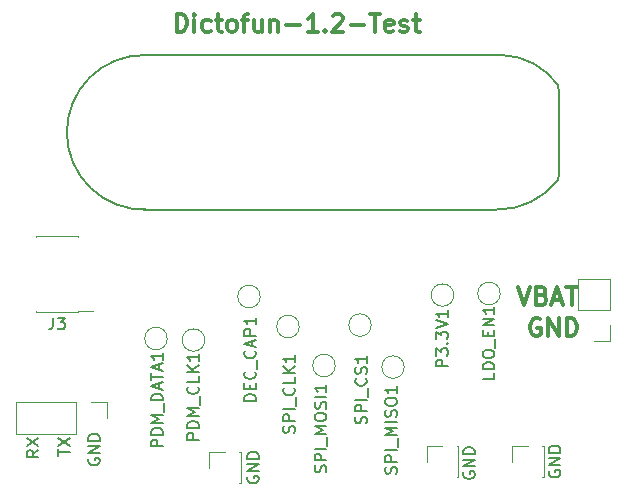
<source format=gbr>
%TF.GenerationSoftware,KiCad,Pcbnew,(6.0.4)*%
%TF.CreationDate,2022-04-30T14:42:06+02:00*%
%TF.ProjectId,test_fixture,74657374-5f66-4697-9874-7572652e6b69,rev?*%
%TF.SameCoordinates,Original*%
%TF.FileFunction,Legend,Top*%
%TF.FilePolarity,Positive*%
%FSLAX46Y46*%
G04 Gerber Fmt 4.6, Leading zero omitted, Abs format (unit mm)*
G04 Created by KiCad (PCBNEW (6.0.4)) date 2022-04-30 14:42:06*
%MOMM*%
%LPD*%
G01*
G04 APERTURE LIST*
%ADD10C,0.150000*%
%ADD11C,0.300000*%
%ADD12C,0.120000*%
G04 APERTURE END LIST*
D10*
X112657000Y-121919904D02*
X112609380Y-122015142D01*
X112609380Y-122158000D01*
X112657000Y-122300857D01*
X112752238Y-122396095D01*
X112847476Y-122443714D01*
X113037952Y-122491333D01*
X113180809Y-122491333D01*
X113371285Y-122443714D01*
X113466523Y-122396095D01*
X113561761Y-122300857D01*
X113609380Y-122158000D01*
X113609380Y-122062761D01*
X113561761Y-121919904D01*
X113514142Y-121872285D01*
X113180809Y-121872285D01*
X113180809Y-122062761D01*
X113609380Y-121443714D02*
X112609380Y-121443714D01*
X113609380Y-120872285D01*
X112609380Y-120872285D01*
X113609380Y-120396095D02*
X112609380Y-120396095D01*
X112609380Y-120158000D01*
X112657000Y-120015142D01*
X112752238Y-119919904D01*
X112847476Y-119872285D01*
X113037952Y-119824666D01*
X113180809Y-119824666D01*
X113371285Y-119872285D01*
X113466523Y-119919904D01*
X113561761Y-120015142D01*
X113609380Y-120158000D01*
X113609380Y-120396095D01*
X130945000Y-121538904D02*
X130897380Y-121634142D01*
X130897380Y-121777000D01*
X130945000Y-121919857D01*
X131040238Y-122015095D01*
X131135476Y-122062714D01*
X131325952Y-122110333D01*
X131468809Y-122110333D01*
X131659285Y-122062714D01*
X131754523Y-122015095D01*
X131849761Y-121919857D01*
X131897380Y-121777000D01*
X131897380Y-121681761D01*
X131849761Y-121538904D01*
X131802142Y-121491285D01*
X131468809Y-121491285D01*
X131468809Y-121681761D01*
X131897380Y-121062714D02*
X130897380Y-121062714D01*
X131897380Y-120491285D01*
X130897380Y-120491285D01*
X131897380Y-120015095D02*
X130897380Y-120015095D01*
X130897380Y-119777000D01*
X130945000Y-119634142D01*
X131040238Y-119538904D01*
X131135476Y-119491285D01*
X131325952Y-119443666D01*
X131468809Y-119443666D01*
X131659285Y-119491285D01*
X131754523Y-119538904D01*
X131849761Y-119634142D01*
X131897380Y-119777000D01*
X131897380Y-120015095D01*
X138184000Y-121411904D02*
X138136380Y-121507142D01*
X138136380Y-121650000D01*
X138184000Y-121792857D01*
X138279238Y-121888095D01*
X138374476Y-121935714D01*
X138564952Y-121983333D01*
X138707809Y-121983333D01*
X138898285Y-121935714D01*
X138993523Y-121888095D01*
X139088761Y-121792857D01*
X139136380Y-121650000D01*
X139136380Y-121554761D01*
X139088761Y-121411904D01*
X139041142Y-121364285D01*
X138707809Y-121364285D01*
X138707809Y-121554761D01*
X139136380Y-120935714D02*
X138136380Y-120935714D01*
X139136380Y-120364285D01*
X138136380Y-120364285D01*
X139136380Y-119888095D02*
X138136380Y-119888095D01*
X138136380Y-119650000D01*
X138184000Y-119507142D01*
X138279238Y-119411904D01*
X138374476Y-119364285D01*
X138564952Y-119316666D01*
X138707809Y-119316666D01*
X138898285Y-119364285D01*
X138993523Y-119411904D01*
X139088761Y-119507142D01*
X139136380Y-119650000D01*
X139136380Y-119888095D01*
X133730999Y-99314030D02*
G75*
G03*
X138938000Y-96774000I118001J6365230D01*
G01*
X134239000Y-86233000D02*
X103759000Y-86233000D01*
X103886000Y-99314000D02*
X133731000Y-99314000D01*
X139065000Y-89408000D02*
X139065000Y-96266000D01*
X139065000Y-89408000D02*
X138938000Y-88773000D01*
X104013000Y-86232991D02*
G75*
G03*
X104140000Y-99314000I-115180J-6542239D01*
G01*
X139065000Y-96266000D02*
X138938000Y-96774000D01*
X138937992Y-88773006D02*
G75*
G03*
X134239000Y-86233001I-4942692J-3527394D01*
G01*
X96607380Y-120141904D02*
X96607380Y-119570476D01*
X97607380Y-119856190D02*
X96607380Y-119856190D01*
X96607380Y-119332380D02*
X97607380Y-118665714D01*
X96607380Y-118665714D02*
X97607380Y-119332380D01*
D11*
X137414142Y-108597000D02*
X137271285Y-108525571D01*
X137057000Y-108525571D01*
X136842714Y-108597000D01*
X136699857Y-108739857D01*
X136628428Y-108882714D01*
X136557000Y-109168428D01*
X136557000Y-109382714D01*
X136628428Y-109668428D01*
X136699857Y-109811285D01*
X136842714Y-109954142D01*
X137057000Y-110025571D01*
X137199857Y-110025571D01*
X137414142Y-109954142D01*
X137485571Y-109882714D01*
X137485571Y-109382714D01*
X137199857Y-109382714D01*
X138128428Y-110025571D02*
X138128428Y-108525571D01*
X138985571Y-110025571D01*
X138985571Y-108525571D01*
X139699857Y-110025571D02*
X139699857Y-108525571D01*
X140057000Y-108525571D01*
X140271285Y-108597000D01*
X140414142Y-108739857D01*
X140485571Y-108882714D01*
X140557000Y-109168428D01*
X140557000Y-109382714D01*
X140485571Y-109668428D01*
X140414142Y-109811285D01*
X140271285Y-109954142D01*
X140057000Y-110025571D01*
X139699857Y-110025571D01*
D10*
X99195000Y-120395904D02*
X99147380Y-120491142D01*
X99147380Y-120634000D01*
X99195000Y-120776857D01*
X99290238Y-120872095D01*
X99385476Y-120919714D01*
X99575952Y-120967333D01*
X99718809Y-120967333D01*
X99909285Y-120919714D01*
X100004523Y-120872095D01*
X100099761Y-120776857D01*
X100147380Y-120634000D01*
X100147380Y-120538761D01*
X100099761Y-120395904D01*
X100052142Y-120348285D01*
X99718809Y-120348285D01*
X99718809Y-120538761D01*
X100147380Y-119919714D02*
X99147380Y-119919714D01*
X100147380Y-119348285D01*
X99147380Y-119348285D01*
X100147380Y-118872095D02*
X99147380Y-118872095D01*
X99147380Y-118634000D01*
X99195000Y-118491142D01*
X99290238Y-118395904D01*
X99385476Y-118348285D01*
X99575952Y-118300666D01*
X99718809Y-118300666D01*
X99909285Y-118348285D01*
X100004523Y-118395904D01*
X100099761Y-118491142D01*
X100147380Y-118634000D01*
X100147380Y-118872095D01*
D11*
X106661428Y-84244571D02*
X106661428Y-82744571D01*
X107018571Y-82744571D01*
X107232857Y-82816000D01*
X107375714Y-82958857D01*
X107447142Y-83101714D01*
X107518571Y-83387428D01*
X107518571Y-83601714D01*
X107447142Y-83887428D01*
X107375714Y-84030285D01*
X107232857Y-84173142D01*
X107018571Y-84244571D01*
X106661428Y-84244571D01*
X108161428Y-84244571D02*
X108161428Y-83244571D01*
X108161428Y-82744571D02*
X108090000Y-82816000D01*
X108161428Y-82887428D01*
X108232857Y-82816000D01*
X108161428Y-82744571D01*
X108161428Y-82887428D01*
X109518571Y-84173142D02*
X109375714Y-84244571D01*
X109090000Y-84244571D01*
X108947142Y-84173142D01*
X108875714Y-84101714D01*
X108804285Y-83958857D01*
X108804285Y-83530285D01*
X108875714Y-83387428D01*
X108947142Y-83316000D01*
X109090000Y-83244571D01*
X109375714Y-83244571D01*
X109518571Y-83316000D01*
X109947142Y-83244571D02*
X110518571Y-83244571D01*
X110161428Y-82744571D02*
X110161428Y-84030285D01*
X110232857Y-84173142D01*
X110375714Y-84244571D01*
X110518571Y-84244571D01*
X111232857Y-84244571D02*
X111090000Y-84173142D01*
X111018571Y-84101714D01*
X110947142Y-83958857D01*
X110947142Y-83530285D01*
X111018571Y-83387428D01*
X111090000Y-83316000D01*
X111232857Y-83244571D01*
X111447142Y-83244571D01*
X111590000Y-83316000D01*
X111661428Y-83387428D01*
X111732857Y-83530285D01*
X111732857Y-83958857D01*
X111661428Y-84101714D01*
X111590000Y-84173142D01*
X111447142Y-84244571D01*
X111232857Y-84244571D01*
X112161428Y-83244571D02*
X112732857Y-83244571D01*
X112375714Y-84244571D02*
X112375714Y-82958857D01*
X112447142Y-82816000D01*
X112590000Y-82744571D01*
X112732857Y-82744571D01*
X113875714Y-83244571D02*
X113875714Y-84244571D01*
X113232857Y-83244571D02*
X113232857Y-84030285D01*
X113304285Y-84173142D01*
X113447142Y-84244571D01*
X113661428Y-84244571D01*
X113804285Y-84173142D01*
X113875714Y-84101714D01*
X114590000Y-83244571D02*
X114590000Y-84244571D01*
X114590000Y-83387428D02*
X114661428Y-83316000D01*
X114804285Y-83244571D01*
X115018571Y-83244571D01*
X115161428Y-83316000D01*
X115232857Y-83458857D01*
X115232857Y-84244571D01*
X115947142Y-83673142D02*
X117090000Y-83673142D01*
X118590000Y-84244571D02*
X117732857Y-84244571D01*
X118161428Y-84244571D02*
X118161428Y-82744571D01*
X118018571Y-82958857D01*
X117875714Y-83101714D01*
X117732857Y-83173142D01*
X119232857Y-84101714D02*
X119304285Y-84173142D01*
X119232857Y-84244571D01*
X119161428Y-84173142D01*
X119232857Y-84101714D01*
X119232857Y-84244571D01*
X119875714Y-82887428D02*
X119947142Y-82816000D01*
X120090000Y-82744571D01*
X120447142Y-82744571D01*
X120590000Y-82816000D01*
X120661428Y-82887428D01*
X120732857Y-83030285D01*
X120732857Y-83173142D01*
X120661428Y-83387428D01*
X119804285Y-84244571D01*
X120732857Y-84244571D01*
X121375714Y-83673142D02*
X122518571Y-83673142D01*
X123018571Y-82744571D02*
X123875714Y-82744571D01*
X123447142Y-84244571D02*
X123447142Y-82744571D01*
X124947142Y-84173142D02*
X124804285Y-84244571D01*
X124518571Y-84244571D01*
X124375714Y-84173142D01*
X124304285Y-84030285D01*
X124304285Y-83458857D01*
X124375714Y-83316000D01*
X124518571Y-83244571D01*
X124804285Y-83244571D01*
X124947142Y-83316000D01*
X125018571Y-83458857D01*
X125018571Y-83601714D01*
X124304285Y-83744571D01*
X125590000Y-84173142D02*
X125732857Y-84244571D01*
X126018571Y-84244571D01*
X126161428Y-84173142D01*
X126232857Y-84030285D01*
X126232857Y-83958857D01*
X126161428Y-83816000D01*
X126018571Y-83744571D01*
X125804285Y-83744571D01*
X125661428Y-83673142D01*
X125590000Y-83530285D01*
X125590000Y-83458857D01*
X125661428Y-83316000D01*
X125804285Y-83244571D01*
X126018571Y-83244571D01*
X126161428Y-83316000D01*
X126661428Y-83244571D02*
X127232857Y-83244571D01*
X126875714Y-82744571D02*
X126875714Y-84030285D01*
X126947142Y-84173142D01*
X127090000Y-84244571D01*
X127232857Y-84244571D01*
X135584714Y-105858571D02*
X136084714Y-107358571D01*
X136584714Y-105858571D01*
X137584714Y-106572857D02*
X137799000Y-106644285D01*
X137870428Y-106715714D01*
X137941857Y-106858571D01*
X137941857Y-107072857D01*
X137870428Y-107215714D01*
X137799000Y-107287142D01*
X137656142Y-107358571D01*
X137084714Y-107358571D01*
X137084714Y-105858571D01*
X137584714Y-105858571D01*
X137727571Y-105930000D01*
X137799000Y-106001428D01*
X137870428Y-106144285D01*
X137870428Y-106287142D01*
X137799000Y-106430000D01*
X137727571Y-106501428D01*
X137584714Y-106572857D01*
X137084714Y-106572857D01*
X138513285Y-106930000D02*
X139227571Y-106930000D01*
X138370428Y-107358571D02*
X138870428Y-105858571D01*
X139370428Y-107358571D01*
X139656142Y-105858571D02*
X140513285Y-105858571D01*
X140084714Y-107358571D02*
X140084714Y-105858571D01*
D10*
X94940380Y-119673666D02*
X94464190Y-120007000D01*
X94940380Y-120245095D02*
X93940380Y-120245095D01*
X93940380Y-119864142D01*
X93988000Y-119768904D01*
X94035619Y-119721285D01*
X94130857Y-119673666D01*
X94273714Y-119673666D01*
X94368952Y-119721285D01*
X94416571Y-119768904D01*
X94464190Y-119864142D01*
X94464190Y-120245095D01*
X93940380Y-119340333D02*
X94940380Y-118673666D01*
X93940380Y-118673666D02*
X94940380Y-119340333D01*
%TO.C,PDM_CLK1*%
X108529380Y-118784238D02*
X107529380Y-118784238D01*
X107529380Y-118403285D01*
X107577000Y-118308047D01*
X107624619Y-118260428D01*
X107719857Y-118212809D01*
X107862714Y-118212809D01*
X107957952Y-118260428D01*
X108005571Y-118308047D01*
X108053190Y-118403285D01*
X108053190Y-118784238D01*
X108529380Y-117784238D02*
X107529380Y-117784238D01*
X107529380Y-117546142D01*
X107577000Y-117403285D01*
X107672238Y-117308047D01*
X107767476Y-117260428D01*
X107957952Y-117212809D01*
X108100809Y-117212809D01*
X108291285Y-117260428D01*
X108386523Y-117308047D01*
X108481761Y-117403285D01*
X108529380Y-117546142D01*
X108529380Y-117784238D01*
X108529380Y-116784238D02*
X107529380Y-116784238D01*
X108243666Y-116450904D01*
X107529380Y-116117571D01*
X108529380Y-116117571D01*
X108624619Y-115879476D02*
X108624619Y-115117571D01*
X108434142Y-114308047D02*
X108481761Y-114355666D01*
X108529380Y-114498523D01*
X108529380Y-114593761D01*
X108481761Y-114736619D01*
X108386523Y-114831857D01*
X108291285Y-114879476D01*
X108100809Y-114927095D01*
X107957952Y-114927095D01*
X107767476Y-114879476D01*
X107672238Y-114831857D01*
X107577000Y-114736619D01*
X107529380Y-114593761D01*
X107529380Y-114498523D01*
X107577000Y-114355666D01*
X107624619Y-114308047D01*
X108529380Y-113403285D02*
X108529380Y-113879476D01*
X107529380Y-113879476D01*
X108529380Y-113069952D02*
X107529380Y-113069952D01*
X108529380Y-112498523D02*
X107957952Y-112927095D01*
X107529380Y-112498523D02*
X108100809Y-113069952D01*
X108529380Y-111546142D02*
X108529380Y-112117571D01*
X108529380Y-111831857D02*
X107529380Y-111831857D01*
X107672238Y-111927095D01*
X107767476Y-112022333D01*
X107815095Y-112117571D01*
%TO.C,SPI_MOSI1*%
X119276761Y-121546476D02*
X119324380Y-121403619D01*
X119324380Y-121165523D01*
X119276761Y-121070285D01*
X119229142Y-121022666D01*
X119133904Y-120975047D01*
X119038666Y-120975047D01*
X118943428Y-121022666D01*
X118895809Y-121070285D01*
X118848190Y-121165523D01*
X118800571Y-121356000D01*
X118752952Y-121451238D01*
X118705333Y-121498857D01*
X118610095Y-121546476D01*
X118514857Y-121546476D01*
X118419619Y-121498857D01*
X118372000Y-121451238D01*
X118324380Y-121356000D01*
X118324380Y-121117904D01*
X118372000Y-120975047D01*
X119324380Y-120546476D02*
X118324380Y-120546476D01*
X118324380Y-120165523D01*
X118372000Y-120070285D01*
X118419619Y-120022666D01*
X118514857Y-119975047D01*
X118657714Y-119975047D01*
X118752952Y-120022666D01*
X118800571Y-120070285D01*
X118848190Y-120165523D01*
X118848190Y-120546476D01*
X119324380Y-119546476D02*
X118324380Y-119546476D01*
X119419619Y-119308380D02*
X119419619Y-118546476D01*
X119324380Y-118308380D02*
X118324380Y-118308380D01*
X119038666Y-117975047D01*
X118324380Y-117641714D01*
X119324380Y-117641714D01*
X118324380Y-116975047D02*
X118324380Y-116784571D01*
X118372000Y-116689333D01*
X118467238Y-116594095D01*
X118657714Y-116546476D01*
X118991047Y-116546476D01*
X119181523Y-116594095D01*
X119276761Y-116689333D01*
X119324380Y-116784571D01*
X119324380Y-116975047D01*
X119276761Y-117070285D01*
X119181523Y-117165523D01*
X118991047Y-117213142D01*
X118657714Y-117213142D01*
X118467238Y-117165523D01*
X118372000Y-117070285D01*
X118324380Y-116975047D01*
X119276761Y-116165523D02*
X119324380Y-116022666D01*
X119324380Y-115784571D01*
X119276761Y-115689333D01*
X119229142Y-115641714D01*
X119133904Y-115594095D01*
X119038666Y-115594095D01*
X118943428Y-115641714D01*
X118895809Y-115689333D01*
X118848190Y-115784571D01*
X118800571Y-115975047D01*
X118752952Y-116070285D01*
X118705333Y-116117904D01*
X118610095Y-116165523D01*
X118514857Y-116165523D01*
X118419619Y-116117904D01*
X118372000Y-116070285D01*
X118324380Y-115975047D01*
X118324380Y-115736952D01*
X118372000Y-115594095D01*
X119324380Y-115165523D02*
X118324380Y-115165523D01*
X119324380Y-114165523D02*
X119324380Y-114736952D01*
X119324380Y-114451238D02*
X118324380Y-114451238D01*
X118467238Y-114546476D01*
X118562476Y-114641714D01*
X118610095Y-114736952D01*
%TO.C,J3*%
X96186666Y-108462380D02*
X96186666Y-109176666D01*
X96139047Y-109319523D01*
X96043809Y-109414761D01*
X95900952Y-109462380D01*
X95805714Y-109462380D01*
X96567619Y-108462380D02*
X97186666Y-108462380D01*
X96853333Y-108843333D01*
X96996190Y-108843333D01*
X97091428Y-108890952D01*
X97139047Y-108938571D01*
X97186666Y-109033809D01*
X97186666Y-109271904D01*
X97139047Y-109367142D01*
X97091428Y-109414761D01*
X96996190Y-109462380D01*
X96710476Y-109462380D01*
X96615238Y-109414761D01*
X96567619Y-109367142D01*
%TO.C,PDM_DATA1*%
X105481380Y-119371571D02*
X104481380Y-119371571D01*
X104481380Y-118990619D01*
X104529000Y-118895380D01*
X104576619Y-118847761D01*
X104671857Y-118800142D01*
X104814714Y-118800142D01*
X104909952Y-118847761D01*
X104957571Y-118895380D01*
X105005190Y-118990619D01*
X105005190Y-119371571D01*
X105481380Y-118371571D02*
X104481380Y-118371571D01*
X104481380Y-118133476D01*
X104529000Y-117990619D01*
X104624238Y-117895380D01*
X104719476Y-117847761D01*
X104909952Y-117800142D01*
X105052809Y-117800142D01*
X105243285Y-117847761D01*
X105338523Y-117895380D01*
X105433761Y-117990619D01*
X105481380Y-118133476D01*
X105481380Y-118371571D01*
X105481380Y-117371571D02*
X104481380Y-117371571D01*
X105195666Y-117038238D01*
X104481380Y-116704904D01*
X105481380Y-116704904D01*
X105576619Y-116466809D02*
X105576619Y-115704904D01*
X105481380Y-115466809D02*
X104481380Y-115466809D01*
X104481380Y-115228714D01*
X104529000Y-115085857D01*
X104624238Y-114990619D01*
X104719476Y-114943000D01*
X104909952Y-114895380D01*
X105052809Y-114895380D01*
X105243285Y-114943000D01*
X105338523Y-114990619D01*
X105433761Y-115085857D01*
X105481380Y-115228714D01*
X105481380Y-115466809D01*
X105195666Y-114514428D02*
X105195666Y-114038238D01*
X105481380Y-114609666D02*
X104481380Y-114276333D01*
X105481380Y-113943000D01*
X104481380Y-113752523D02*
X104481380Y-113181095D01*
X105481380Y-113466809D02*
X104481380Y-113466809D01*
X105195666Y-112895380D02*
X105195666Y-112419190D01*
X105481380Y-112990619D02*
X104481380Y-112657285D01*
X105481380Y-112323952D01*
X105481380Y-111466809D02*
X105481380Y-112038238D01*
X105481380Y-111752523D02*
X104481380Y-111752523D01*
X104624238Y-111847761D01*
X104719476Y-111943000D01*
X104767095Y-112038238D01*
%TO.C,SPI_MISO1*%
X125245761Y-121673476D02*
X125293380Y-121530619D01*
X125293380Y-121292523D01*
X125245761Y-121197285D01*
X125198142Y-121149666D01*
X125102904Y-121102047D01*
X125007666Y-121102047D01*
X124912428Y-121149666D01*
X124864809Y-121197285D01*
X124817190Y-121292523D01*
X124769571Y-121483000D01*
X124721952Y-121578238D01*
X124674333Y-121625857D01*
X124579095Y-121673476D01*
X124483857Y-121673476D01*
X124388619Y-121625857D01*
X124341000Y-121578238D01*
X124293380Y-121483000D01*
X124293380Y-121244904D01*
X124341000Y-121102047D01*
X125293380Y-120673476D02*
X124293380Y-120673476D01*
X124293380Y-120292523D01*
X124341000Y-120197285D01*
X124388619Y-120149666D01*
X124483857Y-120102047D01*
X124626714Y-120102047D01*
X124721952Y-120149666D01*
X124769571Y-120197285D01*
X124817190Y-120292523D01*
X124817190Y-120673476D01*
X125293380Y-119673476D02*
X124293380Y-119673476D01*
X125388619Y-119435380D02*
X125388619Y-118673476D01*
X125293380Y-118435380D02*
X124293380Y-118435380D01*
X125007666Y-118102047D01*
X124293380Y-117768714D01*
X125293380Y-117768714D01*
X125293380Y-117292523D02*
X124293380Y-117292523D01*
X125245761Y-116863952D02*
X125293380Y-116721095D01*
X125293380Y-116483000D01*
X125245761Y-116387761D01*
X125198142Y-116340142D01*
X125102904Y-116292523D01*
X125007666Y-116292523D01*
X124912428Y-116340142D01*
X124864809Y-116387761D01*
X124817190Y-116483000D01*
X124769571Y-116673476D01*
X124721952Y-116768714D01*
X124674333Y-116816333D01*
X124579095Y-116863952D01*
X124483857Y-116863952D01*
X124388619Y-116816333D01*
X124341000Y-116768714D01*
X124293380Y-116673476D01*
X124293380Y-116435380D01*
X124341000Y-116292523D01*
X124293380Y-115673476D02*
X124293380Y-115483000D01*
X124341000Y-115387761D01*
X124436238Y-115292523D01*
X124626714Y-115244904D01*
X124960047Y-115244904D01*
X125150523Y-115292523D01*
X125245761Y-115387761D01*
X125293380Y-115483000D01*
X125293380Y-115673476D01*
X125245761Y-115768714D01*
X125150523Y-115863952D01*
X124960047Y-115911571D01*
X124626714Y-115911571D01*
X124436238Y-115863952D01*
X124341000Y-115768714D01*
X124293380Y-115673476D01*
X125293380Y-114292523D02*
X125293380Y-114863952D01*
X125293380Y-114578238D02*
X124293380Y-114578238D01*
X124436238Y-114673476D01*
X124531476Y-114768714D01*
X124579095Y-114863952D01*
%TO.C,P3.3V1*%
X129611380Y-112593142D02*
X128611380Y-112593142D01*
X128611380Y-112212190D01*
X128659000Y-112116952D01*
X128706619Y-112069333D01*
X128801857Y-112021714D01*
X128944714Y-112021714D01*
X129039952Y-112069333D01*
X129087571Y-112116952D01*
X129135190Y-112212190D01*
X129135190Y-112593142D01*
X128611380Y-111688380D02*
X128611380Y-111069333D01*
X128992333Y-111402666D01*
X128992333Y-111259809D01*
X129039952Y-111164571D01*
X129087571Y-111116952D01*
X129182809Y-111069333D01*
X129420904Y-111069333D01*
X129516142Y-111116952D01*
X129563761Y-111164571D01*
X129611380Y-111259809D01*
X129611380Y-111545523D01*
X129563761Y-111640761D01*
X129516142Y-111688380D01*
X129516142Y-110640761D02*
X129563761Y-110593142D01*
X129611380Y-110640761D01*
X129563761Y-110688380D01*
X129516142Y-110640761D01*
X129611380Y-110640761D01*
X128611380Y-110259809D02*
X128611380Y-109640761D01*
X128992333Y-109974095D01*
X128992333Y-109831238D01*
X129039952Y-109736000D01*
X129087571Y-109688380D01*
X129182809Y-109640761D01*
X129420904Y-109640761D01*
X129516142Y-109688380D01*
X129563761Y-109736000D01*
X129611380Y-109831238D01*
X129611380Y-110116952D01*
X129563761Y-110212190D01*
X129516142Y-110259809D01*
X128611380Y-109355047D02*
X129611380Y-109021714D01*
X128611380Y-108688380D01*
X129611380Y-107831238D02*
X129611380Y-108402666D01*
X129611380Y-108116952D02*
X128611380Y-108116952D01*
X128754238Y-108212190D01*
X128849476Y-108307428D01*
X128897095Y-108402666D01*
%TO.C,SPI_CS1*%
X122705761Y-117411142D02*
X122753380Y-117268285D01*
X122753380Y-117030190D01*
X122705761Y-116934952D01*
X122658142Y-116887333D01*
X122562904Y-116839714D01*
X122467666Y-116839714D01*
X122372428Y-116887333D01*
X122324809Y-116934952D01*
X122277190Y-117030190D01*
X122229571Y-117220666D01*
X122181952Y-117315904D01*
X122134333Y-117363523D01*
X122039095Y-117411142D01*
X121943857Y-117411142D01*
X121848619Y-117363523D01*
X121801000Y-117315904D01*
X121753380Y-117220666D01*
X121753380Y-116982571D01*
X121801000Y-116839714D01*
X122753380Y-116411142D02*
X121753380Y-116411142D01*
X121753380Y-116030190D01*
X121801000Y-115934952D01*
X121848619Y-115887333D01*
X121943857Y-115839714D01*
X122086714Y-115839714D01*
X122181952Y-115887333D01*
X122229571Y-115934952D01*
X122277190Y-116030190D01*
X122277190Y-116411142D01*
X122753380Y-115411142D02*
X121753380Y-115411142D01*
X122848619Y-115173047D02*
X122848619Y-114411142D01*
X122658142Y-113601619D02*
X122705761Y-113649238D01*
X122753380Y-113792095D01*
X122753380Y-113887333D01*
X122705761Y-114030190D01*
X122610523Y-114125428D01*
X122515285Y-114173047D01*
X122324809Y-114220666D01*
X122181952Y-114220666D01*
X121991476Y-114173047D01*
X121896238Y-114125428D01*
X121801000Y-114030190D01*
X121753380Y-113887333D01*
X121753380Y-113792095D01*
X121801000Y-113649238D01*
X121848619Y-113601619D01*
X122705761Y-113220666D02*
X122753380Y-113077809D01*
X122753380Y-112839714D01*
X122705761Y-112744476D01*
X122658142Y-112696857D01*
X122562904Y-112649238D01*
X122467666Y-112649238D01*
X122372428Y-112696857D01*
X122324809Y-112744476D01*
X122277190Y-112839714D01*
X122229571Y-113030190D01*
X122181952Y-113125428D01*
X122134333Y-113173047D01*
X122039095Y-113220666D01*
X121943857Y-113220666D01*
X121848619Y-113173047D01*
X121801000Y-113125428D01*
X121753380Y-113030190D01*
X121753380Y-112792095D01*
X121801000Y-112649238D01*
X122753380Y-111696857D02*
X122753380Y-112268285D01*
X122753380Y-111982571D02*
X121753380Y-111982571D01*
X121896238Y-112077809D01*
X121991476Y-112173047D01*
X122039095Y-112268285D01*
%TO.C,DEC_CAP1*%
X113355380Y-115514000D02*
X112355380Y-115514000D01*
X112355380Y-115275904D01*
X112403000Y-115133047D01*
X112498238Y-115037809D01*
X112593476Y-114990190D01*
X112783952Y-114942571D01*
X112926809Y-114942571D01*
X113117285Y-114990190D01*
X113212523Y-115037809D01*
X113307761Y-115133047D01*
X113355380Y-115275904D01*
X113355380Y-115514000D01*
X112831571Y-114514000D02*
X112831571Y-114180666D01*
X113355380Y-114037809D02*
X113355380Y-114514000D01*
X112355380Y-114514000D01*
X112355380Y-114037809D01*
X113260142Y-113037809D02*
X113307761Y-113085428D01*
X113355380Y-113228285D01*
X113355380Y-113323523D01*
X113307761Y-113466380D01*
X113212523Y-113561619D01*
X113117285Y-113609238D01*
X112926809Y-113656857D01*
X112783952Y-113656857D01*
X112593476Y-113609238D01*
X112498238Y-113561619D01*
X112403000Y-113466380D01*
X112355380Y-113323523D01*
X112355380Y-113228285D01*
X112403000Y-113085428D01*
X112450619Y-113037809D01*
X113450619Y-112847333D02*
X113450619Y-112085428D01*
X113260142Y-111275904D02*
X113307761Y-111323523D01*
X113355380Y-111466380D01*
X113355380Y-111561619D01*
X113307761Y-111704476D01*
X113212523Y-111799714D01*
X113117285Y-111847333D01*
X112926809Y-111894952D01*
X112783952Y-111894952D01*
X112593476Y-111847333D01*
X112498238Y-111799714D01*
X112403000Y-111704476D01*
X112355380Y-111561619D01*
X112355380Y-111466380D01*
X112403000Y-111323523D01*
X112450619Y-111275904D01*
X113069666Y-110894952D02*
X113069666Y-110418761D01*
X113355380Y-110990190D02*
X112355380Y-110656857D01*
X113355380Y-110323523D01*
X113355380Y-109990190D02*
X112355380Y-109990190D01*
X112355380Y-109609238D01*
X112403000Y-109514000D01*
X112450619Y-109466380D01*
X112545857Y-109418761D01*
X112688714Y-109418761D01*
X112783952Y-109466380D01*
X112831571Y-109514000D01*
X112879190Y-109609238D01*
X112879190Y-109990190D01*
X113355380Y-108466380D02*
X113355380Y-109037809D01*
X113355380Y-108752095D02*
X112355380Y-108752095D01*
X112498238Y-108847333D01*
X112593476Y-108942571D01*
X112641095Y-109037809D01*
%TO.C,SPI_CLK1*%
X116609761Y-118220714D02*
X116657380Y-118077857D01*
X116657380Y-117839761D01*
X116609761Y-117744523D01*
X116562142Y-117696904D01*
X116466904Y-117649285D01*
X116371666Y-117649285D01*
X116276428Y-117696904D01*
X116228809Y-117744523D01*
X116181190Y-117839761D01*
X116133571Y-118030238D01*
X116085952Y-118125476D01*
X116038333Y-118173095D01*
X115943095Y-118220714D01*
X115847857Y-118220714D01*
X115752619Y-118173095D01*
X115705000Y-118125476D01*
X115657380Y-118030238D01*
X115657380Y-117792142D01*
X115705000Y-117649285D01*
X116657380Y-117220714D02*
X115657380Y-117220714D01*
X115657380Y-116839761D01*
X115705000Y-116744523D01*
X115752619Y-116696904D01*
X115847857Y-116649285D01*
X115990714Y-116649285D01*
X116085952Y-116696904D01*
X116133571Y-116744523D01*
X116181190Y-116839761D01*
X116181190Y-117220714D01*
X116657380Y-116220714D02*
X115657380Y-116220714D01*
X116752619Y-115982619D02*
X116752619Y-115220714D01*
X116562142Y-114411190D02*
X116609761Y-114458809D01*
X116657380Y-114601666D01*
X116657380Y-114696904D01*
X116609761Y-114839761D01*
X116514523Y-114935000D01*
X116419285Y-114982619D01*
X116228809Y-115030238D01*
X116085952Y-115030238D01*
X115895476Y-114982619D01*
X115800238Y-114935000D01*
X115705000Y-114839761D01*
X115657380Y-114696904D01*
X115657380Y-114601666D01*
X115705000Y-114458809D01*
X115752619Y-114411190D01*
X116657380Y-113506428D02*
X116657380Y-113982619D01*
X115657380Y-113982619D01*
X116657380Y-113173095D02*
X115657380Y-113173095D01*
X116657380Y-112601666D02*
X116085952Y-113030238D01*
X115657380Y-112601666D02*
X116228809Y-113173095D01*
X116657380Y-111649285D02*
X116657380Y-112220714D01*
X116657380Y-111935000D02*
X115657380Y-111935000D01*
X115800238Y-112030238D01*
X115895476Y-112125476D01*
X115943095Y-112220714D01*
%TO.C,LDO_EN1*%
X133548380Y-113164619D02*
X133548380Y-113640809D01*
X132548380Y-113640809D01*
X133548380Y-112831285D02*
X132548380Y-112831285D01*
X132548380Y-112593190D01*
X132596000Y-112450333D01*
X132691238Y-112355095D01*
X132786476Y-112307476D01*
X132976952Y-112259857D01*
X133119809Y-112259857D01*
X133310285Y-112307476D01*
X133405523Y-112355095D01*
X133500761Y-112450333D01*
X133548380Y-112593190D01*
X133548380Y-112831285D01*
X132548380Y-111640809D02*
X132548380Y-111450333D01*
X132596000Y-111355095D01*
X132691238Y-111259857D01*
X132881714Y-111212238D01*
X133215047Y-111212238D01*
X133405523Y-111259857D01*
X133500761Y-111355095D01*
X133548380Y-111450333D01*
X133548380Y-111640809D01*
X133500761Y-111736047D01*
X133405523Y-111831285D01*
X133215047Y-111878904D01*
X132881714Y-111878904D01*
X132691238Y-111831285D01*
X132596000Y-111736047D01*
X132548380Y-111640809D01*
X133643619Y-111021761D02*
X133643619Y-110259857D01*
X133024571Y-110021761D02*
X133024571Y-109688428D01*
X133548380Y-109545571D02*
X133548380Y-110021761D01*
X132548380Y-110021761D01*
X132548380Y-109545571D01*
X133548380Y-109117000D02*
X132548380Y-109117000D01*
X133548380Y-108545571D01*
X132548380Y-108545571D01*
X133548380Y-107545571D02*
X133548380Y-108117000D01*
X133548380Y-107831285D02*
X132548380Y-107831285D01*
X132691238Y-107926523D01*
X132786476Y-108021761D01*
X132834095Y-108117000D01*
D12*
%TO.C,J1*%
X99426000Y-115637000D02*
X100756000Y-115637000D01*
X98156000Y-118297000D02*
X93016000Y-118297000D01*
X100756000Y-115637000D02*
X100756000Y-116967000D01*
X98156000Y-115637000D02*
X98156000Y-118297000D01*
X98156000Y-115637000D02*
X93016000Y-115637000D01*
X93016000Y-115637000D02*
X93016000Y-118297000D01*
%TO.C,PDM_CLK1*%
X109027000Y-110363000D02*
G75*
G03*
X109027000Y-110363000I-950000J0D01*
G01*
%TO.C,J6*%
X135068000Y-119320000D02*
X136398000Y-119320000D01*
X135068000Y-120650000D02*
X135068000Y-119320000D01*
X137608000Y-119320000D02*
X137728000Y-119320000D01*
X137608000Y-121980000D02*
X137728000Y-121980000D01*
X137728000Y-121980000D02*
X137728000Y-119320000D01*
%TO.C,SPI_MOSI1*%
X120076000Y-112522000D02*
G75*
G03*
X120076000Y-112522000I-950000J0D01*
G01*
%TO.C,J3*%
X98285000Y-101540000D02*
X94755000Y-101540000D01*
X98285000Y-108010000D02*
X98285000Y-107945000D01*
X94755000Y-101605000D02*
X94755000Y-101540000D01*
X98285000Y-101605000D02*
X98285000Y-101540000D01*
X98285000Y-108010000D02*
X94755000Y-108010000D01*
X94755000Y-108010000D02*
X94755000Y-107945000D01*
X99610000Y-107945000D02*
X98285000Y-107945000D01*
%TO.C,PDM_DATA1*%
X105852000Y-110236000D02*
G75*
G03*
X105852000Y-110236000I-950000J0D01*
G01*
%TO.C,SPI_MISO1*%
X125918000Y-112649000D02*
G75*
G03*
X125918000Y-112649000I-950000J0D01*
G01*
%TO.C,P3.3V1*%
X130109000Y-106553000D02*
G75*
G03*
X130109000Y-106553000I-950000J0D01*
G01*
%TO.C,SPI_CS1*%
X123124000Y-109093000D02*
G75*
G03*
X123124000Y-109093000I-950000J0D01*
G01*
%TO.C,J2*%
X143316000Y-107823000D02*
X143316000Y-105223000D01*
X143316000Y-105223000D02*
X140656000Y-105223000D01*
X143316000Y-109093000D02*
X143316000Y-110423000D01*
X143316000Y-110423000D02*
X141986000Y-110423000D01*
X140656000Y-107823000D02*
X140656000Y-105223000D01*
X143316000Y-107823000D02*
X140656000Y-107823000D01*
%TO.C,DEC_CAP1*%
X113726000Y-106680000D02*
G75*
G03*
X113726000Y-106680000I-950000J0D01*
G01*
%TO.C,SPI_CLK1*%
X117028000Y-109220000D02*
G75*
G03*
X117028000Y-109220000I-950000J0D01*
G01*
%TO.C,LDO_EN1*%
X134046000Y-106426000D02*
G75*
G03*
X134046000Y-106426000I-950000J0D01*
G01*
%TO.C,J5*%
X127829000Y-119320000D02*
X129159000Y-119320000D01*
X130489000Y-121980000D02*
X130489000Y-119320000D01*
X130369000Y-119320000D02*
X130489000Y-119320000D01*
X130369000Y-121980000D02*
X130489000Y-121980000D01*
X127829000Y-120650000D02*
X127829000Y-119320000D01*
%TO.C,J4*%
X112074000Y-122488000D02*
X112074000Y-119828000D01*
X109414000Y-121158000D02*
X109414000Y-119828000D01*
X109414000Y-119828000D02*
X110744000Y-119828000D01*
X111954000Y-122488000D02*
X112074000Y-122488000D01*
X111954000Y-119828000D02*
X112074000Y-119828000D01*
%TD*%
M02*

</source>
